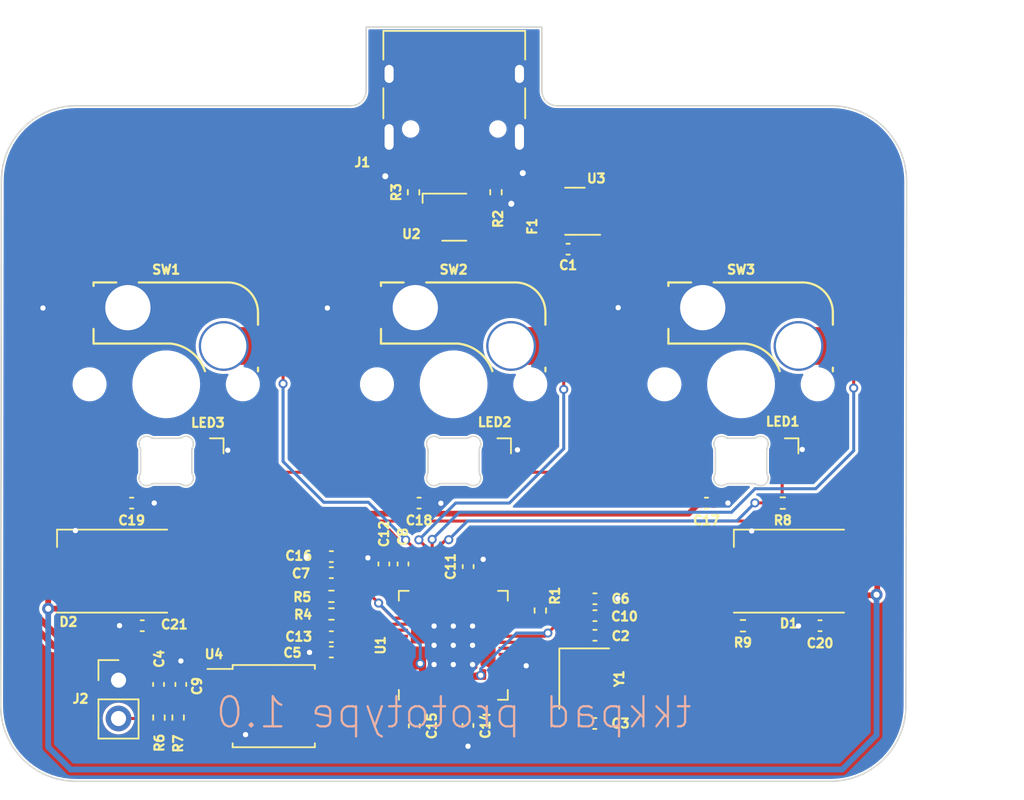
<source format=kicad_pcb>
(kicad_pcb (version 20211014) (generator pcbnew)
  (layers (0 "F.Cu" signal) (31 "B.Cu" signal) (34 "B.Paste" user) (35 "F.Paste" user) (36 "B.SilkS" user "B.Silkscreen") (37 "F.SilkS" user "F.Silkscreen") (38 "B.Mask" user) (39 "F.Mask" user) (44 "Edge.Cuts" user))
  (net 0 "")
  (net 1 "+5V")
  (net 2 "GND")
  (net 3 "XOUT")
  (net 4 "XIN")
  (net 5 "+3V3")
  (net 6 "+1V1")
  (net 7 "Net-(D1-Pad4)")
  (net 9 "VBUS")
  (net 10 "/CC1")
  (net 11 "D+")
  (net 12 "D-")
  (net 14 "/CC2")
  (net 16 "Net-(LED1-Pad2)")
  (net 17 "Net-(LED1-Pad3)")
  (net 18 "Net-(LED2-Pad2)")
  (net 20 "~{RESET}")
  (net 21 "Net-(R4-Pad1)")
  (net 22 "Net-(R5-Pad1)")
  (net 23 "/~{USB_BOOT}")
  (net 24 "QSPI_SS")
  (net 25 "SWITCHLED")
  (net 26 "UNDERGLOW")
  (net 27 "COL0")
  (net 28 "COL1")
  (net 29 "COL2")
  (net 46 "SWCLK")
  (net 47 "SWD")
  (net 55 "SD3")
  (net 56 "QSPI_SCLK")
  (net 57 "SD0")
  (net 58 "SD2")
  (net 59 "SD1")
  (net 62 "Net-(D1-Pad2)")
  (footprint "marbastlib-various:LED_6028R" (layer "F.Cu") (at 64.250375 64.29 180)
    (fp_text reference "LED3")
    (fp_text value "SK6812MINI-E" hide)
    (fp_line (start 1.699999 0.702841) (end 1.699999 -0.702843) (layer "Edge.Cuts") (width 0.1))
    (fp_line (start 0.794452 -1.5) (end -0.794453 -1.5) (layer "Edge.Cuts") (width 0.1))
    (fp_line (start -0.794452 1.499999) (end 0.794452 1.499999) (layer "Edge.Cuts") (width 0.1))
    (fp_line (start -1.699999 -0.702843) (end -1.699999 0.702841) (layer "Edge.Cuts") (width 0.1))
    (fp_arc (start 1.749484 0.919719) (mid 1.712517 0.81407) (end 1.699999 0.702842) (layer "Edge.Cuts") (width 0.1))
    (fp_arc (start 1.699999 -0.702843) (mid 1.712527 -0.814069) (end 1.749484 -0.919721) (layer "Edge.Cuts") (width 0.1))
    (fp_arc (start -1.699999 0.702841) (mid -1.712527 0.814067) (end -1.749484 0.919719) (layer "Edge.Cuts") (width 0.1))
    (fp_arc (start 1.046711 -1.5683) (mid 1.638072 -1.504036) (end 1.749484 -0.919721) (layer "Edge.Cuts") (width 0.1))
    (fp_arc (start 0.794452 1.499999) (mid 0.925122 1.517376) (end 1.04671 1.568298) (layer "Edge.Cuts") (width 0.1))
    (fp_arc (start -1.046711 1.568298) (mid -1.638072 1.504034) (end -1.749484 0.919718) (layer "Edge.Cuts") (width 0.1))
    (fp_arc (start 1.046711 -1.5683) (mid 0.925123 -1.517378) (end 0.794453 -1.500001) (layer "Edge.Cuts") (width 0.1))
    (fp_arc (start -1.046711 1.568298) (mid -0.925123 1.517376) (end -0.794452 1.499999) (layer "Edge.Cuts") (width 0.1))
    (fp_arc (start -0.794453 -1.5) (mid -0.925123 -1.517377) (end -1.046711 -1.568299) (layer "Edge.Cuts") (width 0.1))
    (fp_arc (start -1.749484 -0.919721) (mid -1.712527 -0.814069) (end -1.699999 -0.702844) (layer "Edge.Cuts") (width 0.1))
    (fp_arc (start 1.749484 0.919719) (mid 1.63807 1.504033) (end 1.046711 1.568296) (layer "Edge.Cuts") (width 0.1))
    (fp_arc (start -1.749484 -0.919721) (mid -1.638071 -1.504036) (end -1.046711 -1.568299) (layer "Edge.Cuts") (width 0.1))
  )
  (footprint "Capacitor_SMD:C_0402_1005Metric" (layer "F.Cu") (at 75.195 70.6282 180)
    (fp_text reference "C16")
    (fp_text value "1u")
  )
  (footprint "Resistor_SMD:R_0402_1005Metric" (layer "F.Cu") (at 105.114625 67.084)
    (fp_text reference "R8")
    (fp_text value "220")
  )
  (footprint "Resistor_SMD:R_0402_1005Metric" (layer "F.Cu") (at 89.04625 74.205 -90)
    (fp_text reference "R1")
    (fp_text value "1k")
  )
  (footprint "RP2040_minimal:RP2040-QFN-56" (layer "F.Cu") (at 83.28 76.50875 90)
    (fp_text reference "U1")
    (fp_text value "RP2040")
  )
  (footprint "Resistor_SMD:R_0402_1005Metric" (layer "F.Cu") (at 86.106 46.482 -90)
    (fp_text reference "R2")
    (fp_text value "5.1k")
  )
  (footprint "Package_SO:SOIC-8_5.23x5.23mm_P1.27mm" (layer "F.Cu") (at 71.38 80.54)
    (fp_text reference "U4")
    (fp_text value "W25Q32JVSS")
  )
  (footprint "Capacitor_SMD:C_0402_1005Metric" (layer "F.Cu") (at 92.66625 73.425)
    (fp_text reference "C6")
    (fp_text value "100n")
  )
  (footprint "Capacitor_SMD:C_0402_1005Metric" (layer "F.Cu") (at 84.26425 71.29 90)
    (fp_text reference "C11")
    (fp_text value "100n")
  )
  (footprint "Crystal:Crystal_SMD_3225-4Pin_3.2x2.5mm" (layer "F.Cu") (at 91.95625 78.715 -90)
    (fp_text reference "Y1")
    (fp_text value "Crystal_GND24_Small")
  )
  (footprint "Capacitor_SMD:C_0402_1005Metric" (layer "F.Cu") (at 79.94625 71.119 90)
    (fp_text reference "C8")
    (fp_text value "100n")
  )
  (footprint "Capacitor_SMD:C_0402_1005Metric" (layer "F.Cu") (at 107.585375 75.212 180)
    (fp_text reference "C20")
    (fp_text value "100n")
  )
  (footprint "Capacitor_SMD:C_0402_1005Metric" (layer "F.Cu") (at 63.74375 79.10125 90)
    (fp_text reference "C4")
    (fp_text value "20pF")
  )
  (footprint "Capacitor_SMD:C_0402_1005Metric" (layer "F.Cu") (at 75.195 71.695 180)
    (fp_text reference "C7")
    (fp_text value "1u")
  )
  (footprint "Capacitor_SMD:C_0402_1005Metric" (layer "F.Cu") (at 80.693375 81.84875 -90)
    (fp_text reference "C15")
    (fp_text value "100n")
  )
  (footprint "Capacitor_SMD:C_0402_1005Metric" (layer "F.Cu") (at 75.195 76.955 180)
    (fp_text reference "C5")
    (fp_text value "100n")
  )
  (footprint "Capacitor_SMD:C_0402_1005Metric" (layer "F.Cu") (at 90.8877 50.2546)
    (fp_text reference "C1")
    (fp_text value "20pF")
  )
  (footprint "LED_SMD:LED_WS2812B_PLCC4_5.0x5.0mm_P3.2mm" (layer "F.Cu") (at 105.525375 71.5925 180)
    (fp_text reference "D1")
    (fp_text value "WS2812B")
  )
  (footprint "Resistor_SMD:R_0402_1005Metric" (layer "F.Cu") (at 75.2025 73.26285 180)
    (fp_text reference "R5")
    (fp_text value "27")
  )
  (footprint "Capacitor_SMD:C_0402_1005Metric" (layer "F.Cu") (at 62.662875 75.212 180)
    (fp_text reference "C21")
    (fp_text value "100n")
  )
  (footprint "Resistor_SMD:R_0402_1005Metric" (layer "F.Cu") (at 63.77 81.3 -90)
    (fp_text reference "R6")
    (fp_text value "1k")
  )
  (footprint "Capacitor_SMD:C_0402_1005Metric" (layer "F.Cu") (at 100.060625 67.084)
    (fp_text reference "C17")
    (fp_text value "100n")
  )
  (footprint "Capacitor_SMD:C_0402_1005Metric" (layer "F.Cu") (at 92.66625 74.545)
    (fp_text reference "C10")
    (fp_text value "100n")
  )
  (footprint "Fuse:Fuse_0402_1005Metric" (layer "F.Cu") (at 88.519 47.217 -90)
    (fp_text reference "F1")
    (fp_text value "500mA")
  )
  (footprint "Connector_PinHeader_2.54mm:PinHeader_1x02_P2.54mm_Vertical" (layer "F.Cu") (at 61.09 78.82)
    (fp_text reference "J2")
    (fp_text value "Conn_01x02")
  )
  (footprint "Capacitor_SMD:C_0402_1005Metric" (layer "F.Cu") (at 78.67625 71.119 90)
    (fp_text reference "C12")
    (fp_text value "100n")
  )
  (footprint "Resistor_SMD:R_0402_1005Metric" (layer "F.Cu") (at 75.2025 74.43125 180)
    (fp_text reference "R4")
    (fp_text value "27")
  )
  (footprint "Resistor_SMD:R_0402_1005Metric" (layer "F.Cu") (at 102.475375 75.212)
    (fp_text reference "R9")
    (fp_text value "220")
  )
  (footprint "Capacitor_SMD:C_0402_1005Metric" (layer "F.Cu") (at 92.66625 75.845 180)
    (fp_text reference "C2")
    (fp_text value "10p")
  )
  (footprint "LED_SMD:LED_WS2812B_PLCC4_5.0x5.0mm_P3.2mm" (layer "F.Cu") (at 60.666375 71.5925 180)
    (fp_text reference "D2")
    (fp_text value "WS2812B")
  )
  (footprint "Resistor_SMD:R_0402_1005Metric" (layer "F.Cu") (at 80.645 46.484 -90)
    (fp_text reference "R3")
    (fp_text value "5.1k")
  )
  (footprint "Capacitor_SMD:C_0402_1005Metric" (layer "F.Cu") (at 81.010625 67.084)
    (fp_text reference "C18")
    (fp_text value "100n")
  )
  (footprint "marbastlib-various:LED_6028R" (layer "F.Cu") (at 83.300375 64.29 180)
    (fp_text reference "LED2")
    (fp_text value "SK6812MINI-E" hide)
    (fp_line (start -1.699999 -0.702843) (end -1.699999 0.702841) (layer "Edge.Cuts") (width 0.1))
    (fp_line (start 1.699999 0.702841) (end 1.699999 -0.702843) (layer "Edge.Cuts") (width 0.1))
    (fp_line (start -0.794452 1.499999) (end 0.794452 1.499999) (layer "Edge.Cuts") (width 0.1))
    (fp_line (start 0.794452 -1.5) (end -0.794453 -1.5) (layer "Edge.Cuts") (width 0.1))
    (fp_arc (start 1.749484 0.919719) (mid 1.712517 0.81407) (end 1.699999 0.702842) (layer "Edge.Cuts") (width 0.1))
    (fp_arc (start -1.699999 0.702841) (mid -1.712527 0.814067) (end -1.749484 0.919719) (layer "Edge.Cuts") (width 0.1))
    (fp_arc (start -1.749484 -0.919721) (mid -1.638071 -1.504036) (end -1.046711 -1.568299) (layer "Edge.Cuts") (width 0.1))
    (fp_arc (start -0.794453 -1.5) (mid -0.925123 -1.517377) (end -1.046711 -1.568299) (layer "Edge.Cuts") (width 0.1))
    (fp_arc (start 1.046711 -1.5683) (mid 1.638072 -1.504036) (end 1.749484 -0.919721) (layer "Edge.Cuts") (width 0.1))
    (fp_arc (start 1.046711 -1.5683) (mid 0.925123 -1.517378) (end 0.794453 -1.500001) (layer "Edge.Cuts") (width 0.1))
    (fp_arc (start -1.046711 1.568298) (mid -0.925123 1.517376) (end -0.794452 1.499999) (layer "Edge.Cuts") (width 0.1))
    (fp_arc (start 0.794452 1.499999) (mid 0.925122 1.517376) (end 1.04671 1.568298) (layer "Edge.Cuts") (width 0.1))
    (fp_arc (start 1.749484 0.919719) (mid 1.63807 1.504033) (end 1.046711 1.568296) (layer "Edge.Cuts") (width 0.1))
    (fp_arc (start 1.699999 -0.702843) (mid 1.712527 -0.814069) (end 1.749484 -0.919721) (layer "Edge.Cuts") (width 0.1))
    (fp_arc (start -1.749484 -0.919721) (mid -1.712527 -0.814069) (end -1.699999 -0.702844) (layer "Edge.Cuts") (width 0.1))
    (fp_arc (start -1.046711 1.568298) (mid -1.638072 1.504034) (end -1.749484 0.919718) (layer "Edge.Cuts") (width 0.1))
  )
  (footprint "marbastlib-various:SOT-23-6-routable" (layer "F.Cu") (at 83.34375 48.133)
    (fp_text reference "U2")
    (fp_text value "SRV05-4")
  )
  (footprint "Capacitor_SMD:C_0402_1005Metric" (layer "F.Cu") (at 92.65625 81.69)
    (fp_text reference "C3")
    (fp_text value "10p")
  )
  (footprint "marbastlib-mx:SW_MX_HS_1u" (layer "F.Cu") (at 64.250375 59.21)
    (fp_text reference "SW1")
    (fp_text value "MX_SW_HS" hide)
  )
  (footprint "marbastlib-mx:SW_MX_HS_1u" (layer "F.Cu") (at 83.300375 59.21)
    (fp_text reference "SW2")
    (fp_text value "MX_SW_HS" hide)
  )
  (footprint "Package_TO_SOT_SMD:SOT-23" (layer "F.Cu") (at 91.34 47.74 180)
    (fp_text reference "U3")
    (fp_text value "XC6206PxxxMR")
  )
  (footprint "Capacitor_SMD:C_0402_1005Metric" (layer "F.Cu") (at 65.21875 79.10125 90)
    (fp_text reference "C9")
    (fp_text value "100n")
  )
  (footprint "marbastlib-various:LED_6028R" (layer "F.Cu") (at 102.350375 64.29 180)
    (fp_text reference "LED1")
    (fp_text value "SK6812MINI-E" hide)
    (fp_line (start -0.794452 1.499999) (end 0.794452 1.499999) (layer "Edge.Cuts") (width 0.1))
    (fp_line (start 1.699999 0.702841) (end 1.699999 -0.702843) (layer "Edge.Cuts") (width 0.1))
    (fp_line (start -1.699999 -0.702843) (end -1.699999 0.702841) (layer "Edge.Cuts") (width 0.1))
    (fp_line (start 0.794452 -1.5) (end -0.794453 -1.5) (layer "Edge.Cuts") (width 0.1))
    (fp_arc (start -1.699999 0.702841) (mid -1.712527 0.814067) (end -1.749484 0.919719) (layer "Edge.Cuts") (width 0.1))
    (fp_arc (start 1.046711 -1.5683) (mid 1.638072 -1.504036) (end 1.749484 -0.919721) (layer "Edge.Cuts") (width 0.1))
    (fp_arc (start -0.794453 -1.5) (mid -0.925123 -1.517377) (end -1.046711 -1.568299) (layer "Edge.Cuts") (width 0.1))
    (fp_arc (start -1.046711 1.568298) (mid -1.638072 1.504034) (end -1.749484 0.919718) (layer "Edge.Cuts") (width 0.1))
    (fp_arc (start 1.699999 -0.702843) (mid 1.712527 -0.814069) (end 1.749484 -0.919721) (layer "Edge.Cuts") (width 0.1))
    (fp_arc (start 1.749484 0.919719) (mid 1.63807 1.504033) (end 1.046711 1.568296) (layer "Edge.Cuts") (width 0.1))
    (fp_arc (start -1.046711 1.568298) (mid -0.925123 1.517376) (end -0.794452 1.499999) (layer "Edge.Cuts") (width 0.1))
    (fp_arc (start -1.749484 -0.919721) (mid -1.712527 -0.814069) (end -1.699999 -0.702844) (layer "Edge.Cuts") (width 0.1))
    (fp_arc (start 1.046711 -1.5683) (mid 0.925123 -1.517378) (end 0.794453 -1.500001) (layer "Edge.Cuts") (width 0.1))
    (fp_arc (start 1.749484 0.919719) (mid 1.712517 0.81407) (end 1.699999 0.702842) (layer "Edge.Cuts") (width 0.1))
    (fp_arc (start 0.794452 1.499999) (mid 0.925122 1.517376) (end 1.04671 1.568298) (layer "Edge.Cuts") (width 0.1))
    (fp_arc (start -1.749484 -0.919721) (mid -1.638071 -1.504036) (end -1.046711 -1.568299) (layer "Edge.Cuts") (width 0.1))
  )
  (footprint "Capacitor_SMD:C_0402_1005Metric" (layer "F.Cu") (at 61.960625 67.084)
    (fp_text reference "C19")
    (fp_text value "100n")
  )
  (footprint "Capacitor_SMD:C_0402_1005Metric" (layer "F.Cu") (at 75.195 75.939 180)
    (fp_text reference "C13")
    (fp_text value "100n")
  )
  (footprint "marbastlib-mx:SW_MX_HS_1u" (layer "F.Cu") (at 102.350375 59.21)
    (fp_text reference "SW3")
    (fp_text value "MX_SW_HS" hide)
  )
  (footprint "Resistor_SMD:R_0402_1005Metric" (layer "F.Cu") (at 65.041625 81.29625 90)
    (fp_text reference "R7")
    (fp_text value "DNF")
  )
  (footprint "Capacitor_SMD:C_0402_1005Metric" (layer "F.Cu") (at 84.249375 81.82075 -90)
    (fp_text reference "C14")
    (fp_text value "100n")
  )
  (footprint "Connector_USB:USB_C_Receptacle_HRO_TYPE-C-31-M-12" (layer "F.Cu") (at 83.34375 39.6875 180)
    (fp_text reference "J1")
    (fp_text value "USB_C_Receptacle_USB2.0")
  )
  (gr_line (start 89.15 35.53) (end 77.5 35.53) (layer "Edge.Cuts") (width 0.1))
  (gr_arc (start 53.33 45.749528) (mid 54.765096 42.220161) (end 58.28 40.75) (layer "Edge.Cuts") (width 0.1))
  (gr_arc (start 90.147107 40.75) (mid 89.440591 40.452344) (end 89.15 39.742893) (layer "Edge.Cuts") (width 0.1))
  (gr_line (start 53.285 80.55) (end 53.33 45.749528) (layer "Edge.Cuts") (width 0.1))
  (gr_line (start 76.5 40.75) (end 58.28 40.75) (layer "Edge.Cuts") (width 0.1))
  (gr_line (start 90.147107 40.75) (end 108.33 40.75) (layer "Edge.Cuts") (width 0.1))
  (gr_line (start 77.5 35.53) (end 77.5 39.75) (layer "Edge.Cuts") (width 0.1))
  (gr_arc (start 58.295 85.52) (mid 54.757899 84.075415) (end 53.285 80.55) (layer "Edge.Cuts") (width 0.1))
  (gr_arc (start 77.5 39.75) (mid 77.207107 40.457107) (end 76.5 40.75) (layer "Edge.Cuts") (width 0.1))
  (gr_line (start 113.32 45.74) (end 113.276537 80.52) (layer "Edge.Cuts") (width 0.1))
  (gr_arc (start 108.33 40.75) (mid 111.858463 42.211537) (end 113.32 45.74) (layer "Edge.Cuts") (width 0.1))
  (gr_arc (start 113.276537 80.52) (mid 111.815513 84.052994) (end 108.285 85.52) (layer "Edge.Cuts") (width 0.1))
  (gr_line (start 89.15 35.53) (end 89.15 39.742893) (layer "Edge.Cuts") (width 0.1))
  (gr_line (start 108.285 85.52) (end 58.295 85.52) (layer "Edge.Cuts") (width 0.1))
  (gr_text "tkkpad prototype 1.0" (at 83.31 80.9625) (layer "B.SilkS") (effects (font (size 2 2)) (justify mirror)))
  (segment (start 99.625375 67.03925) (end 99.580625 67.084) (width 0.381) (layer "F.Cu") (net 1))
  (segment (start 61.525375 65.04) (end 61.525375 67.03925) (width 0.381) (layer "F.Cu") (net 1))
  (segment (start 90.3645 47.702) (end 90.4025 47.74) (width 0.381) (layer "F.Cu") (net 1))
  (segment (start 56.429114 68.507511) (end 57.852625 67.084) (width 0.381) (layer "F.Cu") (net 1))
  (segment (start 98.880605 67.78402) (end 99.580625 67.084) (width 0.381) (layer "F.Cu") (net 1))
  (segment (start 90.4077 50.2546) (end 90.4077 47.7452) (width 0.381) (layer "F.Cu") (net 1))
  (segment (start 63.116375 73.1925) (end 63.116375 75.1855) (width 0.381) (layer "F.Cu") (net 1))
  (segment (start 88.519 47.702) (end 90.3645 47.702) (width 0.381) (layer "F.Cu") (net 1))
  (segment (start 99.625375 65.04) (end 99.625375 67.03925) (width 0.381) (layer "F.Cu") (net 1))
  (segment (start 84.51875 48.133) (end 88.088 48.133) (width 0.381) (layer "F.Cu") (net 1))
  (segment (start 61.480625 67.084) (end 61.480625 67.183561) (width 0.381) (layer "F.Cu") (net 1))
  (segment (start 56.429114 74.082511) (end 56.429114 68.507511) (width 0.381) (layer "F.Cu") (net 1))
  (segment (start 61.480625 67.183561) (end 62.081084 67.78402) (width 0.381) (layer "F.Cu") (net 1))
  (segment (start 61.525375 67.03925) (end 61.480625 67.084) (width 0.381) (layer "F.Cu") (net 1))
  (segment (start 80.575375 67.03925) (end 80.530625 67.084) (width 0.381) (layer "F.Cu") (net 1))
  (segment (start 90.4077 47.7452) (end 90.4025 47.74) (width 0.381) (layer "F.Cu") (net 1))
  (segment (start 111.294125 73.1925) (end 111.331625 73.155) (width 0.381) (layer "F.Cu") (net 1))
  (segment (start 90.985 51.305) (end 109.381625 51.305) (width 0.381) (layer "F.Cu") (net 1))
  (segment (start 88.088 48.133) (end 88.519 47.702) (width 0.381) (layer "F.Cu") (net 1))
  (segment (start 80.530625 67.183561) (end 81.131084 67.78402) (width 0.381) (layer "F.Cu") (net 1))
  (segment (start 90.4077 50.7277) (end 90.985 51.305) (width 0.381) (layer "F.Cu") (net 1))
  (segment (start 109.381625 51.305) (end 111.375395 53.29877) (width 0.381) (layer "F.Cu") (net 1))
  (segment (start 79.830605 67.78402) (end 80.530625 67.084) (width 0.381) (layer "F.Cu") (net 1))
  (segment (start 107.975375 73.1925) (end 107.975375 75.122) (width 0.381) (layer "F.Cu") (net 1))
  (segment (start 62.081084 67.78402) (end 79.830605 67.78402) (width 0.381) (layer "F.Cu") (net 1))
  (segment (start 111.375395 53.29877) (end 111.375395 73.11123) (width 0.381) (layer "F.Cu") (net 1))
  (segment (start 80.530625 67.084) (end 80.530625 67.183561) (width 0.381) (layer "F.Cu") (net 1))
  (segment (start 111.375395 73.11123) (end 111.331625 73.155) (width 0.381) (layer "F.Cu") (net 1))
  (segment (start 81.131084 67.78402) (end 98.880605 67.78402) (width 0.381) (layer "F.Cu") (net 1))
  (segment (start 56.429114 74.082511) (end 62.226364 74.082511) (width 0.381) (layer "F.Cu") (net 1))
  (segment (start 107.975375 73.1925) (end 111.294125 73.1925) (width 0.381) (layer "F.Cu") (net 1))
  (segment (start 90.4077 50.2546) (end 90.4077 50.7277) (width 0.381) (layer "F.Cu") (net 1))
  (segment (start 107.975375 75.122) (end 108.065375 75.212) (width 0.381) (layer "F.Cu") (net 1))
  (segment (start 80.575375 65.04) (end 80.575375 67.03925) (width 0.381) (layer "F.Cu") (net 1))
  (segment (start 62.226364 74.082511) (end 63.116375 73.1925) (width 0.381) (layer "F.Cu") (net 1))
  (segment (start 57.852625 67.084) (end 61.480625 67.084) (width 0.381) (layer "F.Cu") (net 1))
  (segment (start 63.116375 75.1855) (end 63.142875 75.212) (width 0.381) (layer "F.Cu") (net 1))
  (via (at 111.331625 73.155) (size 0.8) (drill 0.4) (layers "F.Cu" "B.Cu") (net 1))
  (via (at 56.429114 74.082511) (size 0.8) (drill 0.4) (layers "F.Cu" "B.Cu") (net 1))
  (segment (start 56.429114 74.082511) (end 56.429114 83.249114) (width 0.381) (layer "B.Cu") (net 1))
  (segment (start 57.92 84.74) (end 109.05325 84.74) (width 0.381) (layer "B.Cu") (net 1))
  (segment (start 111.331625 82.461625) (end 111.331625 73.155) (width 0.381) (layer "B.Cu") (net 1))
  (segment (start 56.429114 83.249114) (end 57.92 84.74) (width 0.381) (layer "B.Cu") (net 1))
  (segment (start 109.05325 84.74) (end 111.331625 82.461625) (width 0.381) (layer "B.Cu") (net 1))
  (segment (start 74.715 75.939) (end 74.715 76.955) (width 0.2) (layer "F.Cu") (net 2))
  (segment (start 62.440625 67.084) (end 63.452625 67.084) (width 0.2) (layer "F.Cu") (net 2))
  (segment (start 92.17625 81.69) (end 92.17625 82.321625) (width 0.2) (layer "F.Cu") (net 2))
  (segment (start 65.21875 78.62125) (end 65.21875 77.55125) (width 0.2) (layer "F.Cu") (net 2))
  (segment (start 77.210375 54.13) (end 74.956625 54.13) (width 0.2) (layer "F.Cu") (net 2))
  (segment (start 79.02375 42.8175) (end 79.17875 42.8175) (width 0.25) (layer "F.Cu") (net 2))
  (segment (start 78.682875 70.64875) (end 77.683875 70.64875) (width 0.2) (layer "F.Cu") (net 2))
  (segment (start 84.26425 70.81) (end 85.26 70.81) (width 0.2) (layer "F.Cu") (net 2))
  (segment (start 103.075375 68.94875) (end 103.056625 68.93) (width 0.2) (layer "F.Cu") (net 2))
  (segment (start 86.106 46.992) (end 86.87 46.992) (width 0.381) (layer "F.Cu") (net 2))
  (segment (start 58.160375 54.13) (end 56.106625 54.13) (width 0.2) (layer "F.Cu") (net 2))
  (segment (start 94.01125 78.82) (end 92.80625 77.615) (width 0.2) (layer "F.Cu") (net 2))
  (segment (start 80.00048 46.34948) (end 80.645 46.994) (width 0.25) (layer "F.Cu") (net 2))
  (segment (start 80.09375 44.09625) (end 78.77 45.42) (width 0.381) (layer "F.Cu") (net 2))
  (segment (start 63.545 78.82) (end 63.74375 78.62125) (width 0.2) (layer "F.Cu") (net 2))
  (segment (start 73.775 76.955) (end 73.75 76.98) (width 0.2) (layer "F.Cu") (net 2))
  (segment (start 74.956625 54.13) (end 74.931625 54.155) (width 0.2) (layer "F.Cu") (net 2))
  (segment (start 74.715 76.955) (end 73.775 76.955) (width 0.2) (layer "F.Cu") (net 2))
  (segment (start 58.216375 68.92025) (end 58.231625 68.905) (width 0.2) (layer "F.Cu") (net 2))
  (segment (start 94.01125 82.015) (end 94.01125 78.82) (width 0.2) (layer "F.Cu") (net 2))
  (segment (start 61.09 78.82) (end 63.545 78.82) (width 0.2) (layer "F.Cu") (net 2))
  (segment (start 84.221375 82.32875) (end 84.249375 82.30075) (width 0.2) (layer "F.Cu") (net 2))
  (segment (start 96.260375 54.13) (end 94.206625 54.13) (width 0.2) (layer "F.Cu") (net 2))
  (segment (start 81.784 48.133) (end 80.645 46.994) (width 0.25) (layer "F.Cu") (net 2))
  (segment (start 62.182875 75.212) (end 61.163625 75.212) (width 0.2) (layer "F.Cu") (net 2))
  (segment (start 63.74375 78.62125) (end 65.21875 78.62125) (width 0.2) (layer "F.Cu") (net 2))
  (segment (start 92.2775 48.241783) (end 92.2775 48.69) (width 0.2) (layer "F.Cu") (net 2))
  (segment (start 93.5475 82.47875) (end 94.01125 82.015) (width 0.2) (layer "F.Cu") (net 2))
  (segment (start 92.2775 49.3448) (end 91.3677 50.2546) (width 0.381) (layer "F.Cu") (net 2))
  (segment (start 91.10625 79.51375) (end 91.10625 79.815) (width 0.2) (layer "F.Cu") (net 2))
  (segment (start 93.14625 73.425) (end 93.14625 75.845) (width 0.2) (layer "F.Cu") (net 2))
  (segment (start 103.075375 69.9925) (end 103.075375 68.94875) (width 0.2) (layer "F.Cu") (net 2))
  (segment (start 93.14625 73.425) (end 94.17625 73.425) (width 0.2) (layer "F.Cu") (net 2))
  (segment (start 68.291625 63.54) (end 68.331625 63.58) (width 0.2) (layer "F.Cu") (net 2))
  (segment (start 81.490625 67.084) (end 82.446605 67.084) (width 0.2) (layer "F.Cu") (net 2))
  (segment (start 107.105375 75.212) (end 106.174625 75.212) (width 0.2) (layer "F.Cu") (net 2))
  (segment (start 74.715 70.6282) (end 73.5418 70.6282) (width 0.2) (layer "F.Cu") (net 2))
  (segment (start 80.09375 43.7325) (end 80.09375 44.09625) (width 0.25) (layer "F.Cu") (net 2))
  (segment (start 87.884 45.02275) (end 86.59375 43.7325) (width 0.381) (layer "F.Cu") (net 2))
  (segment (start 84.249375 82.30075) (end 84.249375 83.22275) (width 0.2) (layer "F.Cu") (net 2))
  (segment (start 82.16875 48.133) (end 81.784 48.133) (width 0.25) (layer "F.Cu") (net 2))
  (segment (start 105.075375 63.54) (end 106.396625 63.54) (width 0.2) (layer "F.Cu") (net 2))
  (segment (start 63.452625 67.084) (end 63.456625 67.08) (width 0.2) (layer "F.Cu") (net 2))
  (segment (start 87.66375 38.6375) (end 79.02375 38.6375) (width 0.25) (layer "F.Cu") (net 2))
  (segment (start 80.00048 43.82577) (end 80.00048 46.34948) (width 0.25) (layer "F.Cu") (net 2))
  (segment (start 79.17875 42.8175) (end 80.09375 43.7325) (width 0.25) (layer "F.Cu") (net 2))
  (segment (start 80.693375 82.32875) (end 84.221375 82.32875) (width 0.2) (layer "F.Cu") (net 2))
  (segment (start 92.2775 48.241783) (end 89.247717 45.212) (width 0.2) (layer "F.Cu") (net 2))
  (segment (start 78.67625 70.639) (end 79.94625 70.639) (width 0.2) (layer "F.Cu") (net 2))
  (segment (start 92.2775 48.69) (end 92.2775 49.3448) (width 0.381) (layer "F.Cu") (net 2))
  (segment (start 87.884 45.212) (end 87.884 45.02275) (width 0.381) (layer "F.Cu") (net 2))
  (segment (start 93.14625 75.845) (end 93.14625 77.275) (width 0.2) (layer "F.Cu") (net 2))
  (segment (start 93.14625 77.275) (end 92.80625 77.615) (width 0.2) (layer "F.Cu") (net 2))
  (segment (start 101.477625 67.084) (end 101.481625 67.08) (width 0.2) (layer "F.Cu") (net 2))
  (segment (start 106.174625 75.212) (end 106.156625 75.23) (width 0.2) (layer "F.Cu") (net 2))
  (segment (start 86.7175 77.50875) (end 87.755 77.50875) (width 0.2) (layer "F.Cu") (net 2))
  (segment (start 56.106625 54.13) (end 56.081625 54.155) (width 0.2) (layer "F.Cu") (net 2))
  (segment (start 89.247717 45.212) (end 87.884 45.212) (width 0.2) (layer "F.Cu") (net 2))
  (segment (start 82.446605 67.084) (end 82.456625 67.09402) (width 0.2) (layer "F.Cu") (net 2))
  (segment (start 86.87 46.992) (end 87.122 47.244) (width 0.381) (layer "F.Cu") (net 2))
  (segment (start 87.755 77.50875) (end 88.11125 77.865) (width 0.2) (layer "F.Cu") (net 2))
  (segment (start 87.516625 63.54) (end 87.531625 63.555) (width 0.2) (layer "F.Cu") (net 2))
  (segment (start 106.396625 63.54) (end 106.406625 63.53) (width 0.2) (layer "F.Cu") (net 2))
  (segment (start 67.78 82.445) (end 69.495 82.445) (width 0.2) (layer "F.Cu") (net 2))
  (segment (start 79.02375 38.6375) (end 79.02375 42.8175) (width 0.25) (layer "F.Cu") (net 2))
  (segment (start 86.025375 63.54) (end 87.516625 63.54) (width 0.2) (layer "F.Cu") (net 2))
  (segment (start 100.540625 67.084) (end 101.477625 67.084) (width 0.2) (layer "F.Cu") (net 2))
  (segment (start 94.17625 73.425) (end 94.18625 73.415) (width 0.2) (layer "F.Cu") (net 2))
  (segment (start 74.715 70.6282) (end 74.715 71.695) (width 0.2) (layer "F.Cu") (net 2))
  (segment (start 58.216375 69.9925) (end 58.216375 68.92025) (width 0.2) (layer "F.Cu") (net 2))
  (segment (start 86.59375 43.7325) (end 86.74875 43.7325) (width 0.25) (layer "F.Cu") (net 2))
  (segment (start 66.975375 63.54) (end 68.291625 63.54) (width 0.2) (layer "F.Cu") (net 2))
  (segment (start 80.09375 43.7325) (end 80.00048 43.82577) (width 0.25) (layer "F.Cu") (net 2))
  (segment (start 61.163625 75.212) (end 61.156625 75.205) (width 0.2) (layer "F.Cu") (net 2))
  (segment (start 92.333375 82.47875) (end 93.5475 82.47875) (width 0.2) (layer "F.Cu") (net 2))
  (segment (start 92.80625 77.81375) (end 91.10625 79.51375) (width 0.2) (layer "F.Cu") (net 2))
  (segment (start 92.17625 82.321625) (end 92.333375 82.47875) (width 0.2) (layer "F.Cu") (net 2))
  (segment (start 86.74875 43.7325) (end 87.66375 42.8175) (width 0.25) (layer "F.Cu") (net 2))
  (segment (start 87.66375 42.8175) (end 87.66375 38.6375) (width 0.25) (layer "F.Cu") (net 2))
  (via (at 87.884 45.212) (size 0.8) (drill 0.4) (layers "F.Cu" "B.Cu") (net 2))
  (via (at 56.081625 54.155) (size 0.6) (drill 0.35) (layers "F.Cu" "B.Cu") (net 2))
  (via (at 94.206625 54.13) (size 0.6) (drill 0.35) (layers "F.Cu" "B.Cu") (net 2))
  (via (at 73.75 76.98) (size 0.6) (drill 0.35) (layers "F.Cu" "B.Cu") (net 2))
  (via (at 106.406625 63.53) (size 0.6) (drill 0.35) (layers "F.Cu" "B.Cu") (net 2))
  (via (at 101.481625 67.08) (size 0.6) (drill 0.35) (layers "F.Cu" "B.Cu") (net 2))
  (via (at 87.531625 63.555) (size 0.6) (drill 0.35) (layers "F.Cu" "B.Cu") (net 2))
  (via (at 84.253375 83.19875) (size 0.6) (drill 0.35) (layers "F.Cu" "B.Cu") (net 2))
  (via (at 78.77 45.42) (size 0.8) (drill 0.4) (layers "F.Cu" "B.Cu") (net 2))
  (via (at 88.11125 77.865) (size 0.6) (drill 0.35) (layers "F.Cu" "B.Cu") (net 2))
  (via (at 103.056625 68.93) (size 0.6) (drill 0.35) (layers "F.Cu" "B.Cu") (net 2))
  (via (at 77.618875 70.71375) (size 0.6) (drill 0.35) (layers "F.Cu" "B.Cu") (net 2))
  (via (at 63.456625 67.08) (size 0.6) (drill 0.35) (layers "F.Cu" "B.Cu") (net 2))
  (via (at 58.231625 68.905) (size 0.6) (drill 0.35) (layers "F.Cu" "B.Cu") (net 2))
  (via (at 65.22375 77.54625) (size 0.6) (drill 0.35) (layers "F.Cu" "B.Cu") (net 2))
  (via (at 73.53875 70.64875) (size 0.6) (drill 0.35) (layers "F.Cu" "B.Cu") (net 2))
  (via (at 61.156625 75.205) (size 0.6) (drill 0.35) (layers "F.Cu" "B.Cu") (net 2))
  (via (at 69.51 82.43) (size 0.6) (drill 0.35) (layers "F.Cu" "B.Cu") (net 2))
  (via (at 82.456625 67.09402) (size 0.6) (drill 0.35) (layers "F.Cu" "B.Cu") (net 2))
  (via (at 87.122 47.244) (size 0.8) (drill 0.4) (layers "F.Cu" "B.Cu") (net 2))
  (via (at 68.331625 63.58) (size 0.6) (drill 0.35) (layers "F.Cu" "B.Cu") (net 2))
  (via (at 74.931625 54.155) (size 0.6) (drill 0.35) (layers "F.Cu" "B.Cu") (net 2))
  (via (at 94.18625 73.415) (size 0.6) (drill 0.35) (layers "F.Cu" "B.Cu") (net 2))
  (via (at 106.156625 75.23) (size 0.6) (drill 0.35) (layers "F.Cu" "B.Cu") (net 2))
  (via (at 85.26 70.81) (size 0.6) (drill 0.35) (layers "F.Cu" "B.Cu") (net 2))
  (segment (start 87.122 45.974) (end 87.884 45.212) (width 0.381) (layer "B.Cu") (net 2))
  (segment (start 87.122 47.244) (end 87.122 45.974) (width 0.381) (layer "B.Cu") (net 2))
  (segment (start 91.10625 76.925) (end 92.18625 75.845) (width 0.2) (layer "F.Cu") (net 3))
  (segment (start 91.10625 77.615) (end 91.10625 76.925) (width 0.2) (layer "F.Cu") (net 3))
  (segment (start 91.10625 77.615) (end 90.2 76.70875) (width 0.2) (layer "F.Cu") (net 3))
  (segment (start 90.2 76.70875) (end 86.7175 76.70875) (width 0.2) (layer "F.Cu") (net 3))
  (segment (start 91.77625 80.935) (end 92.80625 79.905) (width 0.2) (layer "F.Cu") (net 4))
  (segment (start 93.13625 81.69) (end 92.80625 81.36) (width 0.2) (layer "F.Cu") (net 4))
  (segment (start 89.98625 77.3825) (end 89.98625 80.475) (width 0.2) (layer "F.Cu") (net 4))
  (segment (start 92.84625 79.855) (end 92.80625 79.815) (width 0.2) (layer "F.Cu") (net 4))
  (segment (start 92.80625 81.36) (end 92.80625 79.815) (width 0.2) (layer "F.Cu") (net 4))
  (segment (start 90.44625 80.935) (end 91.77625 80.935) (width 0.2) (layer "F.Cu") (net 4))
  (segment (start 86.7175 77.10875) (end 89.7125 77.10875) (width 0.2) (layer "F.Cu") (net 4))
  (segment (start 92.80625 79.905) (end 92.80625 79.815) (width 0.2) (layer "F.Cu") (net 4))
  (segment (start 89.98625 80.475) (end 90.44625 80.935) (width 0.2) (layer "F.Cu") (net 4))
  (segment (start 89.7125 77.10875) (end 89.98625 77.3825) (width 0.2) (layer "F.Cu") (net 4))
  (segment (start 80.68 73.07125) (end 80.68 73.85875) (width 0.2) (layer "F.Cu") (net 5))
  (segment (start 79.8425 74.30875) (end 80.23 74.30875) (width 0.2) (layer "F.Cu") (net 5))
  (segment (start 84.26425 71.77) (end 84.28 71.78575) (width 0.2) (layer "F.Cu") (net 5))
  (segment (start 80.68 79.94625) (end 80.68 81.33075) (width 0.2) (layer "F.Cu") (net 5))
  (segment (start 78.28875 76.30875) (end 79.8425 76.30875) (width 0.2) (layer "F.Cu") (net 5))
  (segment (start 84.249375 81.34075) (end 84.28 81.310125) (width 0.2) (layer "F.Cu") (net 5))
  (segment (start 109.84 78.2) (end 95.77 78.2) (width 0.5) (layer "F.Cu") (net 5))
  (segment (start 84.28 71.78575) (end 84.28 73.07125) (width 0.2) (layer "F.Cu") (net 5))
  (segment (start 79.8425 75.90875) (end 77.88875 75.90875) (width 0.2) (layer "F.Cu") (net 5))
  (segment (start 112.33 75.71) (end 109.84 78.2) (width 0.5) (layer "F.Cu") (net 5))
  (segment (start 77.88875 75.90875) (end 75.70525 75.90875) (width 0.2) (layer "F.Cu") (net 5))
  (segment (start 75.70525 75.90875) (end 75.675 75.939) (width 0.2) (layer "F.Cu") (net 5))
  (segment (start 86.7175 76.30875) (end 85.8675 76.30875) (width 0.2) (layer "F.Cu") (net 5))
  (segment (start 77.88875 75.90875) (end 78.28875 76.30875) (width 0.2) (layer "F.Cu") (net 5))
  (segment (start 91.54625 74.545) (end 92.18625 74.545) (width 0.2) (layer "F.Cu") (net 5))
  (segment (start 109.87 50.34) (end 112.33 52.8) (width 0.5) (layer "F.Cu") (net 5))
  (segment (start 86.7175 76.30875) (end 89.7825 76.30875) (width 0.2) (layer "F.Cu") (net 5))
  (segment (start 95.93 50.34) (end 109.87 50.34) (width 0.5) (layer "F.Cu") (net 5))
  (segment (start 79.8425 71.70275) (end 79.94625 71.599) (width 0.2) (layer "F.Cu") (net 5))
  (segment (start 84.28 81.310125) (end 84.28 79.94625) (width 0.2) (layer "F.Cu") (net 5))
  (segment (start 95.93 50.34) (end 92.38 46.79) (width 0.5) (layer "F.Cu") (net 5))
  (segment (start 89.7825 76.30875) (end 91.54625 74.545) (width 0.2) (layer "F.Cu") (net 5))
  (segment (start 63.74375 79.58125) (end 65.21875 79.58125) (width 0.2) (layer "F.Cu") (net 5))
  (segment (start 85.8675 76.30875) (end 85.76125 76.415) (width 0.2) (layer "F.Cu") (net 5))
  (segment (start 112.33 52.8) (end 112.33 75.71) (width 0.5) (layer "F.Cu") (net 5))
  (segment (start 80.68 79.94625) (end 80.68 79.13) (width 0.2) (layer "F.Cu") (net 5))
  (segment (start 80.68 81.33075) (end 80.70825 81.359) (width 0.2) (layer "F.Cu") (net 5))
  (segment (start 79.8425 73.90875) (end 79.8425 71.70275) (width 0.2) (layer "F.Cu") (net 5))
  (segment (start 80.23 74.30875) (end 80.68 73.85875) (width 0.2) (layer "F.Cu") (net 5))
  (segment (start 80.68 73.85875) (end 80.63 73.90875) (width 0.2) (layer "F.Cu") (net 5))
  (segment (start 65.32375 79.68625) (end 65.21875 79.58125) (width 0.2) (layer "F.Cu") (net 5))
  (segment (start 79.8425 74.30875) (end 79.8425 73.90875) (width 0.2) (layer "F.Cu") (net 5))
  (segment (start 92.38 46.79) (end 92.2775 46.79) (width 0.5) (layer "F.Cu") (net 5))
  (segment (start 80.63 73.90875) (end 79.8425 73.90875) (width 0.2) (layer "F.Cu") (net 5))
  (segment (start 84.28 79.94625) (end 84.28 79.18) (width 0.2) (layer "F.Cu") (net 5))
  (segment (start 78.33 73.71) (end 78.33 73.728045) (width 0.2) (layer "F.Cu") (net 6))
  (segment (start 79.8425 76.70875) (end 81.08875 76.70875) (width 0.2) (layer "F.Cu") (net 6))
  (segment (start 91.818428 73.425) (end 89.547089 75.696339) (width 0.2) (layer "F.Cu") (net 6))
  (segment (start 75.675 76.955) (end 75.92173 76.70827) (width 0.2) (layer "F.Cu") (net 6))
  (segment (start 75.92173 76.70827) (end 79.84202 76.70827) (width 0.2) (layer "F.Cu") (net 6))
  (segment (start 76.315 71.695) (end 78.33 73.71) (width 0.2) (layer "F.Cu") (net 6))
  (segment (start 75.675 71.695) (end 76.315 71.695) (width 0.2) (layer "F.Cu") (net 6))
  (segment (start 79.84202 76.70827) (end 79.8425 76.70875) (width 0.2) (layer "F.Cu") (net 6))
  (segment (start 79.310705 74.70875) (end 79.8425 74.70875) (width 0.2) (layer "F.Cu") (net 6))
  (segment (start 86.7175 75.90875) (end 89.334678 75.90875) (width 0.2) (layer "F.Cu") (net 6))
  (segment (start 78.33 73.728045) (end 79.310705 74.70875) (width 0.2) (layer "F.Cu") (net 6))
  (segment (start 89.334678 75.90875) (end 89.547089 75.696339) (width 0.2) (layer "F.Cu") (net 6))
  (segment (start 92.18625 73.425) (end 91.818428 73.425) (width 0.2) (layer "F.Cu") (net 6))
  (via (at 85.09671 78.497649) (size 0.6) (drill 0.35) (layers "F.Cu" "B.Cu") (net 6))
  (via (at 78.33 73.71) (size 0.6) (drill 0.35) (layers "F.Cu" "B.Cu") (net 6))
  (via (at 89.547089 75.696339) (size 0.6) (drill 0.35) (layers "F.Cu" "B.Cu") (net 6))
  (via (at 81.09 77.72) (size 0.6) (drill 0.35) (layers "F.Cu" "B.Cu") (net 6))
  (segment (start 81.09 76.47) (end 81.09 77.72) (width 0.2) (layer "B.Cu") (net 6))
  (segment (start 78.33 73.71) (end 81.09 76.47) (width 0.2) (layer "B.Cu") (net 6))
  (segment (start 87.473661 75.696339) (end 85.4 77.77) (width 0.2) (layer "B.Cu") (net 6))
  (segment (start 85.09671 78.07329) (end 85.09671 78.497649) (width 0.2) (layer "B.Cu") (net 6))
  (segment (start 85.4 77.77) (end 85.09671 78.07329) (width 0.2) (layer "B.Cu") (net 6))
  (segment (start 89.547089 75.696339) (end 87.473661 75.696339) (width 0.2) (layer "B.Cu") (net 6))
  (segment (start 103.075375 75.122) (end 102.985375 75.212) (width 0.2) (layer "F.Cu") (net 7))
  (segment (start 103.075375 73.1925) (end 103.075375 75.122) (width 0.2) (layer "F.Cu") (net 7))
  (segment (start 81.895173 41.927981) (end 80.89375 42.929404) (width 0.381) (layer "F.Cu") (net 9))
  (segment (start 85.79375 42.929404) (end 84.792327 41.927981) (width 0.381) (layer "F.Cu") (net 9))
  (segment (start 87.92849 46.732) (end 88.519 46.732) (width 0.381) (layer "F.Cu") (net 9))
  (segment (start 85.79375 43.7325) (end 85.79375 42.929404) (width 0.381) (layer "F.Cu") (net 9))
  (segment (start 80.89375 42.929404) (end 80.89375 43.7325) (width 0.381) (layer "F.Cu") (net 9))
  (segment (start 85.79375 43.7325) (end 85.79375 44.59726) (width 0.381) (layer "F.Cu") (net 9))
  (segment (start 85.79375 44.59726) (end 87.92849 46.732) (width 0.381) (layer "F.Cu") (net 9))
  (segment (start 84.792327 41.927981) (end 81.895173 41.927981) (width 0.381) (layer "F.Cu") (net 9))
  (segment (start 85.809228 45.972) (end 86.106 45.972) (width 0.25) (layer "F.Cu") (net 10))
  (segment (start 84.59375 43.7325) (end 84.59375 44.756522) (width 0.25) (layer "F.Cu") (net 10))
  (segment (start 84.59375 44.756522) (end 85.809228 45.972) (width 0.25) (layer "F.Cu") (net 10))
  (segment (start 74.57375 74.55) (end 74.6925 74.43125) (width 0.421) (layer "F.Cu") (net 11))
  (segment (start 56.81 76.56) (end 69.467547 76.56) (width 0.421) (layer "F.Cu") (net 11))
  (segment (start 83.09327 45.206042) (end 83.09327 48.469197) (width 0.2) (layer "F.Cu") (net 11))
  (segment (start 82.09375 49.083) (end 82.09375 49.09375) (width 0.2) (layer "F.Cu") (net 11))
  (segment (start 83.058 45.170772) (end 83.59375 44.635022) (width 0.2) (layer "F.Cu") (net 11))
  (segment (start 83.058 45.170772) (end 83.09327 45.206042) (width 0.2) (layer "F.Cu") (net 11))
  (segment (start 74.115 74.255) (end 74.41 74.55) (width 0.421) (layer "F.Cu") (net 11))
  (segment (start 56.182972 51.00948) (end 54.751094 52.441359) (width 0.421) (layer "F.Cu") (net 11))
  (segment (start 69.467547 76.56) (end 71.772547 74.255) (width 0.421) (layer "F.Cu") (net 11))
  (segment (start 82.00948 51.00948) (end 56.182972 51.00948) (width 0.421) (layer "F.Cu") (net 11))
  (segment (start 83.00948 50.00948) (end 82.00948 51.00948) (width 0.421) (layer "F.Cu") (net 11))
  (segment (start 82.09375 49.083) (end 82.479467 49.083) (width 0.2) (layer "F.Cu") (net 11))
  (segment (start 54.751094 74.501094) (end 56.81 76.56) (width 0.421) (layer "F.Cu") (net 11))
  (segment (start 54.751094 52.441359) (end 54.751094 74.501094) (width 0.421) (layer "F.Cu") (net 11))
  (segment (start 74.41 74.55) (end 74.57375 74.55) (width 0.421) (layer "F.Cu") (net 11))
  (segment (start 82.59375 44.706522) (end 83.058 45.170772) (width 0.2) (layer "F.Cu") (net 11))
  (segment (start 82.479467 49.083) (end 83.09327 48.469197) (width 0.2) (layer "F.Cu") (net 11))
  (segment (start 83.00948 50.00948) (end 82.09375 49.09375) (width 0.421) (layer "F.Cu") (net 11))
  (segment (start 82.59375 43.7325) (end 82.59375 44.706522) (width 0.2) (layer "F.Cu") (net 11))
  (segment (start 71.772547 74.255) (end 74.115 74.255) (width 0.421) (layer "F.Cu") (net 11))
  (segment (start 83.59375 44.635022) (end 83.59375 43.7325) (width 0.2) (layer "F.Cu") (net 11))
  (segment (start 55.371614 74.241614) (end 57.06202 75.93202) (width 0.421) (layer "F.Cu") (net 12))
  (segment (start 71.3 73.85) (end 71.56 73.59) (width 0.421) (layer "F.Cu") (net 12))
  (segment (start 69.21798 75.93202) (end 71.3 73.85) (width 0.421) (layer "F.Cu") (net 12))
  (segment (start 84.09375 43.7325) (end 84.09375 44.93825) (width 0.2) (layer "F.Cu") (net 12))
  (segment (start 84.09375 42.758478) (end 84.09375 43.7325) (width 0.2) (layer "F.Cu") (net 12))
  (segment (start 84.208033 49.083) (end 84.51875 49.083) (width 0.2) (layer "F.Cu") (net 12))
  (segment (start 71.56 73.59) (end 73.97 73.59) (width 0.421) (layer "F.Cu") (net 12))
  (segment (start 55.371614 52.698386) (end 55.371614 74.241614) (width 0.421) (layer "F.Cu") (net 12))
  (segment (start 83.753272 42.418) (end 84.09375 42.758478) (width 0.2) (layer "F.Cu") (net 12))
  (segment (start 74.28 73.26) (end 74.68965 73.26) (width 0.421) (layer "F.Cu") (net 12))
  (segment (start 71.3 73.85) (end 71.485 73.665) (width 0.421) (layer "F.Cu") (net 12))
  (segment (start 83.27 51.63) (end 56.44 51.63) (width 0.421) (layer "F.Cu") (net 12))
  (segment (start 56.44 51.63) (end 55.371614 52.698386) (width 0.421) (layer "F.Cu") (net 12))
  (segment (start 83.59423 45.43777) (end 83.59423 48.469197) (width 0.2) (layer "F.Cu") (net 12))
  (segment (start 57.06202 75.93202) (end 69.21798 75.93202) (width 0.421) (layer "F.Cu") (net 12))
  (segment (start 83.09375 43.7325) (end 83.09375 42.758478) (width 0.2) (layer "F.Cu") (net 12))
  (segment (start 74.68965 73.26) (end 74.6925 73.26285) (width 0.421) (layer "F.Cu") (net 12))
  (segment (start 83.63 51.27) (end 83.27 51.63) (width 0.421) (layer "F.Cu") (net 12))
  (segment (start 84.51875 49.083) (end 83.63 49.97175) (width 0.421) (layer "F.Cu") (net 12))
  (segment (start 73.97 73.59) (end 74.28 73.28) (width 0.421) (layer "F.Cu") (net 12))
  (segment (start 74.28 73.28) (end 74.28 73.26) (width 0.421) (layer "F.Cu") (net 12))
  (segment (start 83.09375 42.758478) (end 83.434228 42.418) (width 0.2) (layer "F.Cu") (net 12))
  (segment (start 83.63 49.97175) (end 83.63 51.27) (width 0.421) (layer "F.Cu") (net 12))
  (segment (start 83.434228 42.418) (end 83.753272 42.418) (width 0.2) (layer "F.Cu") (net 12))
  (segment (start 84.09375 44.93825) (end 83.59423 45.43777) (width 0.2) (layer "F.Cu") (net 12))
  (segment (start 83.59423 48.469197) (end 84.208033 49.083) (width 0.2) (layer "F.Cu") (net 12))
  (segment (start 80.645 45.65625) (end 80.645 45.974) (width 0.25) (layer "F.Cu") (net 14))
  (segment (start 81.59375 43.7325) (end 81.59375 44.7075) (width 0.25) (layer "F.Cu") (net 14))
  (segment (start 81.59375 44.7075) (end 80.645 45.65625) (width 0.25) (layer "F.Cu") (net 14))
  (segment (start 86.025375 65.04) (end 98.125375 65.04) (width 0.2) (layer "F.Cu") (net 16))
  (segment (start 98.125375 65.04) (end 99.625375 63.54) (width 0.2) (layer "F.Cu") (net 16))
  (segment (start 105.075375 65.04) (end 105.075375 66.53475) (width 0.2) (layer "F.Cu") (net 17))
  (segment (start 105.075375 66.53475) (end 105.624625 67.084) (width 0.2) (layer "F.Cu") (net 17))
  (segment (start 79.075375 65.04) (end 80.575375 63.54) (width 0.2) (layer "F.Cu") (net 18))
  (segment (start 66.975375 65.04) (end 79.075375 65.04) (width 0.2) (layer "F.Cu") (net 18))
  (segment (start 86.7175 74.70875) (end 89.04 74.70875) (width 0.2) (layer "F.Cu") (net 20))
  (segment (start 89.04 74.70875) (end 89.04625 74.715) (width 0.2) (layer "F.Cu") (net 20))
  (segment (start 78.55875 75.50875) (end 79.8425 75.50875) (width 0.2) (layer "F.Cu") (net 21))
  (segment (start 76.71875 74.085) (end 77.105 74.085) (width 0.2) (layer "F.Cu") (net 21))
  (segment (start 78.52875 75.50875) (end 77.105 74.085) (width 0.2) (layer "F.Cu") (net 21))
  (segment (start 75.7125 74.43125) (end 76.3725 74.43125) (width 0.2) (layer "F.Cu") (net 21))
  (segment (start 76.3725 74.43125) (end 76.71875 74.085) (width 0.2) (layer "F.Cu") (net 21))
  (segment (start 75.7125 73.26285) (end 76.2966 73.26285) (width 0.2) (layer "F.Cu") (net 22))
  (segment (start 76.2966 73.26285) (end 76.71923 73.68548) (width 0.2) (layer "F.Cu") (net 22))
  (segment (start 76.71923 73.68548) (end 77.27548 73.68548) (width 0.2) (layer "F.Cu") (net 22))
  (segment (start 77.27548 73.68548) (end 78.69923 75.10923) (width 0.2) (layer "F.Cu") (net 22))
  (segment (start 78.69923 75.10923) (end 79.84202 75.10923) (width 0.2) (layer "F.Cu") (net 22))
  (segment (start 63.49 80.79) (end 63.77 80.79) (width 0.2) (layer "F.Cu") (net 23))
  (segment (start 62.92 81.36) (end 63.49 80.79) (width 0.2) (layer "F.Cu") (net 23))
  (segment (start 62.92 81.36) (end 61.09 81.36) (width 0.2) (layer "F.Cu") (net 23))
  (segment (start 67.605 78.635) (end 67.78 78.635) (width 0.2) (layer "F.Cu") (net 24))
  (segment (start 63.77375 81.80625) (end 65.041625 81.80625) (width 0.2) (layer "F.Cu") (net 24))
  (segment (start 65.041625 81.80625) (end 65.140528 81.80625) (width 0.2) (layer "F.Cu") (net 24))
  (segment (start 66.06048 80.17952) (end 67.605 78.635) (width 0.2) (layer "F.Cu") (net 24))
  (segment (start 66.06048 82.726203) (end 66.06048 80.17952) (width 0.2) (layer "F.Cu") (net 24))
  (segment (start 79.8425 79.10875) (end 79.076256 79.10875) (width 0.2) (layer "F.Cu") (net 24))
  (segment (start 79.076256 79.10875) (end 77.843439 80.341567) (width 0.2) (layer "F.Cu") (net 24))
  (segment (start 63.77375 81.80625) (end 63.77 81.81) (width 0.2) (layer "F.Cu") (net 24))
  (segment (start 67.284514 83.950237) (end 66.147139 82.812861) (width 0.2) (layer "F.Cu") (net 24))
  (segment (start 76.109763 83.950237) (end 67.284514 83.950237) (width 0.2) (layer "F.Cu") (net 24))
  (segment (start 77.843439 80.341567) (end 77.843439 82.216561) (width 0.2) (layer "F.Cu") (net 24))
  (segment (start 65.140528 81.80625) (end 66.147139 82.812861) (width 0.2) (layer "F.Cu") (net 24))
  (segment (start 77.843439 82.216561) (end 76.109763 83.950237) (width 0.2) (layer "F.Cu") (net 24))
  (segment (start 66.147139 82.812861) (end 66.06048 82.726203) (width 0.2) (layer "F.Cu") (net 24))
  (segment (start 103.266625 67.07) (end 104.590625 67.07) (width 0.2) (layer "F.Cu") (net 25))
  (segment (start 104.590625 67.07) (end 104.604625 67.084) (width 0.2) (layer "F.Cu") (net 25))
  (segment (start 82.79 69.51) (end 82.976625 69.51) (width 0.2) (layer "F.Cu") (net 25))
  (segment (start 82.28 70.02) (end 82.79 69.51) (width 0.2) (layer "F.Cu") (net 25))
  (segment (start 82.28 73.07125) (end 82.28 70.02) (width 0.2) (layer "F.Cu") (net 25))
  (via (at 82.976625 69.51) (size 0.6) (drill 0.35) (layers "F.Cu" "B.Cu") (net 25))
  (via (at 103.266625 67.07) (size 0.6) (drill 0.35) (layers "F.Cu" "B.Cu") (net 25))
  (segment (start 82.976625 69.51) (end 84.221625 68.265) (width 0.2) (layer "B.Cu") (net 25))
  (segment (start 102.071625 68.265) (end 103.266625 67.07) (width 0.2) (layer "B.Cu") (net 25))
  (segment (start 84.221625 68.265) (end 102.071625 68.265) (width 0.2) (layer "B.Cu") (net 25))
  (segment (start 96.793375 70.04) (end 101.965375 75.212) (width 0.2) (layer "F.Cu") (net 26))
  (segment (start 83.44 70.04) (end 96.793375 70.04) (width 0.2) (layer "F.Cu") (net 26))
  (segment (start 82.68 73.07125) (end 82.68 70.8) (width 0.2) (layer "F.Cu") (net 26))
  (segment (start 82.68 70.8) (end 83.44 70.04) (width 0.2) (layer "F.Cu") (net 26))
  (segment (start 71.996625 59.17) (end 71.996625 57.05625) (width 0.2) (layer "F.Cu") (net 27))
  (segment (start 71.996625 57.05625) (end 71.610375 56.67) (width 0.2) (layer "F.Cu") (net 27))
  (segment (start 81.08 73.07125) (end 81.08 70.48) (width 0.2) (layer "F.Cu") (net 27))
  (segment (start 81.08 70.48) (end 80.12 69.52) (width 0.2) (layer "F.Cu") (net 27))
  (via (at 80.12 69.52) (size 0.6) (drill 0.35) (layers "F.Cu" "B.Cu") (net 27))
  (via (at 71.996625 59.17) (size 0.6) (drill 0.35) (layers "F.Cu" "B.Cu") (net 27))
  (segment (start 71.996625 64.33) (end 71.996625 59.17) (width 0.2) (layer "B.Cu") (net 27))
  (segment (start 80.12 69.503375) (end 77.646625 67.03) (width 0.2) (layer "B.Cu") (net 27))
  (segment (start 80.12 69.52) (end 80.12 69.503375) (width 0.2) (layer "B.Cu") (net 27))
  (segment (start 74.696625 67.03) (end 71.996625 64.33) (width 0.2) (layer "B.Cu") (net 27))
  (segment (start 77.646625 67.03) (end 74.696625 67.03) (width 0.2) (layer "B.Cu") (net 27))
  (segment (start 90.596625 59.55) (end 90.596625 56.73375) (width 0.2) (layer "F.Cu") (net 28))
  (segment (start 81.48 73.07125) (end 81.48 70.003375) (width 0.2) (layer "F.Cu") (net 28))
  (segment (start 81.48 70.003375) (end 80.996625 69.52) (width 0.2) (layer "F.Cu") (net 28))
  (segment (start 90.596625 56.73375) (end 90.660375 56.67) (width 0.2) (layer "F.Cu") (net 28))
  (via (at 90.596625 59.55) (size 0.6) (drill 0.35) (layers "F.Cu" "B.Cu") (net 28))
  (via (at 80.996625 69.52) (size 0.6) (drill 0.35) (layers "F.Cu" "B.Cu") (net 28))
  (segment (start 86.996625 67.08) (end 90.596625 63.48) (width 0.2) (layer "B.Cu") (net 28))
  (segment (start 90.596625 63.48) (end 90.596625 59.55) (width 0.2) (layer "B.Cu") (net 28))
  (segment (start 83.436625 67.08) (end 86.996625 67.08) (width 0.2) (layer "B.Cu") (net 28))
  (segment (start 80.996625 69.52) (end 83.436625 67.08) (width 0.2) (layer "B.Cu") (net 28))
  (segment (start 109.816625 56.77625) (end 109.710375 56.67) (width 0.2) (layer "F.Cu") (net 29))
  (segment (start 81.88 73.07125) (end 81.88 69.493375) (width 0.2) (layer "F.Cu") (net 29))
  (segment (start 81.88 69.493375) (end 81.876625 69.49) (width 0.2) (layer "F.Cu") (net 29))
  (segment (start 109.816625 59.46) (end 109.816625 56.77625) (width 0.2) (layer "F.Cu") (net 29))
  (via (at 109.816625 59.46) (size 0.6) (drill 0.35) (layers "F.Cu" "B.Cu") (net 29))
  (via (at 81.876625 69.49) (size 0.6) (drill 0.35) (layers "F.Cu" "B.Cu") (net 29))
  (segment (start 109.816625 63.613375) (end 109.816625 59.46) (width 0.2) (layer "B.Cu") (net 29))
  (segment (start 103.279463 66.13) (end 107.3 66.13) (width 0.2) (layer "B.Cu") (net 29))
  (segment (start 81.876625 69.49) (end 83.676625 67.69) (width 0.2) (layer "B.Cu") (net 29))
  (segment (start 107.3 66.13) (end 109.816625 63.613375) (width 0.2) (layer "B.Cu") (net 29))
  (segment (start 101.719463 67.69) (end 103.279463 66.13) (width 0.2) (layer "B.Cu") (net 29))
  (segment (start 83.676625 67.69) (end 101.719463 67.69) (width 0.2) (layer "B.Cu") (net 29))
  (segment (start 79.8425 77.10875) (end 79.84202 77.10827) (width 0.2) (layer "F.Cu") (net 55))
  (segment (start 78.14173 77.10827) (end 75.345 79.905) (width 0.2) (layer "F.Cu") (net 55))
  (segment (start 79.84202 77.10827) (end 78.14173 77.10827) (width 0.2) (layer "F.Cu") (net 55))
  (segment (start 75.345 79.905) (end 74.98 79.905) (width 0.2) (layer "F.Cu") (net 55))
  (segment (start 78.306256 77.50875) (end 76.245359 79.569647) (width 0.2) (layer "F.Cu") (net 56))
  (segment (start 79.8425 77.50875) (end 78.306256 77.50875) (width 0.2) (layer "F.Cu") (net 56))
  (segment (start 75.145717 81.175) (end 74.98 81.175) (width 0.2) (layer "F.Cu") (net 56))
  (segment (start 76.245359 79.569647) (end 76.245359 80.075359) (width 0.2) (layer "F.Cu") (net 56))
  (segment (start 76.245359 80.075359) (end 75.145717 81.175) (width 0.2) (layer "F.Cu") (net 56))
  (segment (start 76.644879 81.194879) (end 75.394758 82.445) (width 0.2) (layer "F.Cu") (net 57))
  (segment (start 76.644879 79.735121) (end 76.644879 81.194879) (width 0.2) (layer "F.Cu") (net 57))
  (segment (start 75.394758 82.445) (end 74.98 82.445) (width 0.2) (layer "F.Cu") (net 57))
  (segment (start 78.47125 77.90875) (end 79.8425 77.90875) (width 0.2) (layer "F.Cu") (net 57))
  (segment (start 78.47125 77.90875) (end 76.644879 79.735121) (width 0.2) (layer "F.Cu") (net 57))
  (segment (start 78.636256 78.30875) (end 77.044399 79.900607) (width 0.2) (layer "F.Cu") (net 58))
  (segment (start 77.044399 79.900607) (end 77.044399 81.816318) (width 0.2) (layer "F.Cu") (net 58))
  (segment (start 72.185 81.175) (end 67.78 81.175) (width 0.2) (layer "F.Cu") (net 58))
  (segment (start 74.05452 83.04452) (end 72.185 81.175) (width 0.2) (layer "F.Cu") (net 58))
  (segment (start 77.044399 81.816318) (end 75.816197 83.04452) (width 0.2) (layer "F.Cu") (net 58))
  (segment (start 79.8425 78.30875) (end 78.636256 78.30875) (width 0.2) (layer "F.Cu") (net 58))
  (segment (start 75.816197 83.04452) (end 74.05452 83.04452) (width 0.2) (layer "F.Cu") (net 58))
  (segment (start 77.443919 80.176081) (end 77.443919 82.023919) (width 0.2) (layer "F.Cu") (net 59))
  (segment (start 79.8425 78.70875) (end 78.91125 78.70875) (width 0.2) (layer "F.Cu") (net 59))
  (segment (start 66.46 80.49) (end 66.46 82.560717) (width 0.2) (layer "F.Cu") (net 59))
  (segment (start 67.45 83.550717) (end 75.360717 83.550717) (width 0.2) (layer "F.Cu") (net 59))
  (segment (start 66.46 82.560717) (end 67.45 83.550717) (width 0.2) (layer "F.Cu") (net 59))
  (segment (start 75.917121 83.550717) (end 75.360717 83.550717) (width 0.2) (layer "F.Cu") (net 59))
  (segment (start 67.78 79.905) (end 67.045 79.905) (width 0.2) (layer "F.Cu") (net 59))
  (segment (start 67.045 79.905) (end 66.46 80.49) (width 0.2) (layer "F.Cu") (net 59))
  (segment (start 77.443919 82.023919) (end 75.917121 83.550717) (width 0.2) (layer "F.Cu") (net 59))
  (segment (start 78.91125 78.70875) (end 77.443919 80.176081) (width 0.2) (layer "F.Cu") (net 59))
  (segment (start 106.256915 68.27404) (end 107.975375 69.9925) (width 0.2) (layer "F.Cu") (net 62))
  (segment (start 63.134835 68.27404) (end 106.256915 68.27404) (width 0.2) (layer "F.Cu") (net 62))
  (segment (start 58.216375 73.1925) (end 63.134835 68.27404) (width 0.2) (layer "F.Cu") (net 62))
  (zone (net 5) (net_name "+3V3") (layer "F.Cu") (priority 1) (connect_pads yes (clearance 0.2)) (min_thickness 0.15) (fill yes (thermal_gap 0.508) (thermal_bridge_width 0.508) (smoothing fillet))
    (polygon (pts (xy 80.46 73.690018) (xy 86.08 73.7) (xy 86.08 79.35) (xy 80.46 79.31) (xy 80.46 73.690018) (xy 80.45 73.69) (xy 80.46 73.66)))
  )
  (zone (net 6) (net_name "+1V1") (layer "F.Cu") (priority 2) (connect_pads yes (clearance 0.2)) (min_thickness 0.15) (fill yes (thermal_gap 0.508) (thermal_bridge_width 0.508) (smoothing fillet))
    (polygon (pts (xy 81.48 76.59) (xy 81.48 78.32) (xy 84.74 78.32) (xy 85.06 78.09) (xy 85.46 78.09) (xy 85.46 78.8) (xy 81 78.8) (xy 81 78.12) (xy 80.53 78.11) (xy 80.53 76.59)))
  )
  (zone (net 5) (net_name "+3V3") (layer "F.Cu") (priority 2) (connect_pads yes (clearance 0.2)) (min_thickness 0.15) (fill yes (thermal_gap 0.508) (thermal_bridge_width 0.508) (smoothing fillet))
    (polygon (pts (xy 79.06 68.74) (xy 80.87 70.7) (xy 80.87 72.21) (xy 78.96 72.21) (xy 78.98 80.87) (xy 87.55 80.87) (xy 87.52 72.2) (xy 82.97 72.19) (xy 82.97 70.75) (xy 84.9 68.68) (xy 113.29 68.72) (xy 113.29 78.55) (xy 113.27 79.26) (xy 113.25 81.03) (xy 113.11 81.84) (xy 112.89 82.48) (xy 112.57 83.07) (xy 112.19 83.64) (xy 111.85 84.03) (xy 111.55 84.32) (xy 110.4 85.07) (xy 109.38 85.4) (xy 108.39 85.52) (xy 107.19 85.53) (xy 57.83 85.5) (xy 57.17 85.41) (xy 56.14 85.03) (xy 55.32 84.56) (xy 54.65 83.98) (xy 53.95 83.12) (xy 53.77 82.68) (xy 53.61 82.31) (xy 53.33 81.15) (xy 53.29 80.71) (xy 53.32 68.69)))
  )
  (zone (net 2) (net_name "GND") (layer "B.Cu") (connect_pads yes (clearance 0.15)) (min_thickness 0.15) (fill yes (thermal_gap 0.2) (thermal_bridge_width 0.2))
    (polygon (pts (xy 89.14 35.54) (xy 89.16 39.82) (xy 89.21 40.09) (xy 89.37 40.39) (xy 89.55 40.56) (xy 89.88 40.69) (xy 90.04 40.77) (xy 90.35 40.74) (xy 108.57 40.74) (xy 109.22 40.81) (xy 109.52 40.89) (xy 110.39 41.19) (xy 111.3 41.71) (xy 111.83 42.16) (xy 112.28 42.68) (xy 112.68 43.27) (xy 112.96 43.88) (xy 113.2 44.58) (xy 113.28 45.14) (xy 113.32 45.52) (xy 113.27 80.7) (xy 113.24 81.25) (xy 113.07 81.93) (xy 112.73 82.8) (xy 112.4 83.38) (xy 111.89 83.98) (xy 111.54 84.29) (xy 111.19 84.59) (xy 110.59 84.95) (xy 109.92 85.25) (xy 109.13 85.48) (xy 108.15 85.54) (xy 58.22 85.51) (xy 57.6 85.47) (xy 56.83 85.33) (xy 55.66 84.79) (xy 54.75 84.11) (xy 54.13 83.31) (xy 53.6 82.32) (xy 53.31 81.1) (xy 53.36 45.45) (xy 53.45 44.6) (xy 53.7 43.81) (xy 54.14 42.9) (xy 54.68 42.35) (xy 55.4 41.68) (xy 55.62 41.51) (xy 56.18 41.21) (xy 56.47 41.1) (xy 56.96 40.91) (xy 57.88 40.75) (xy 58.88 40.74) (xy 76.55 40.76) (xy 76.9 40.64) (xy 77.25 40.43) (xy 77.52 39.89) (xy 77.51 35.53)))
  )
)
</source>
